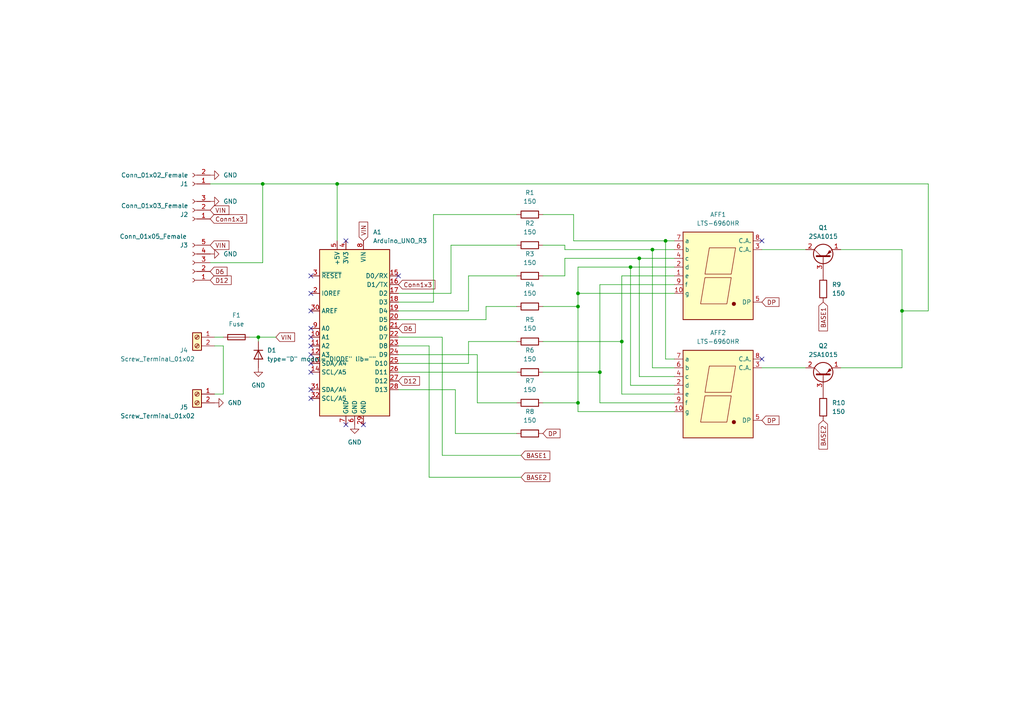
<source format=kicad_sch>
(kicad_sch (version 20211123) (generator eeschema)
  (paper "A4")
  (lib_symbols
    (symbol "Connector:Conn_01x02_Female" (pin_names (offset 1.016) hide)
      (property "Reference" "J" (at 0 2.54 0))
      (property "Value" "Conn_01x02_Female" (at 0 -5.08 0))
      (symbol "Conn_01x02_Female_1_1"
        (arc (start 0 -2.032) (mid -0.508 -2.54) (end 0 -3.048) (stroke (width 0.1524)))
        (polyline (pts (xy -1.27 -2.54) (xy -0.508 -2.54)) (stroke (width 0.1524)))
        (polyline (pts (xy -1.27 0) (xy -0.508 0)) (stroke (width 0.1524)))
        (arc (start 0 0.508) (mid -0.508 0) (end 0 -0.508) (stroke (width 0.1524)))
        (pin passive line (at -5.08 0 0) (length 3.81) (name "Pin_1") (number "1"))
        (pin passive line (at -5.08 -2.54 0) (length 3.81) (name "Pin_2") (number "2"))
      )
    )
    (symbol "Connector:Conn_01x03_Female" (pin_names (offset 1.016) hide)
      (property "Reference" "J" (at 0 5.08 0))
      (property "Value" "Conn_01x03_Female" (at 0 -5.08 0))
      (symbol "Conn_01x03_Female_1_1"
        (arc (start 0 -2.032) (mid -0.508 -2.54) (end 0 -3.048) (stroke (width 0.1524)))
        (polyline (pts (xy -1.27 -2.54) (xy -0.508 -2.54)) (stroke (width 0.1524)))
        (polyline (pts (xy -1.27 0) (xy -0.508 0)) (stroke (width 0.1524)))
        (polyline (pts (xy -1.27 2.54) (xy -0.508 2.54)) (stroke (width 0.1524)))
        (arc (start 0 0.508) (mid -0.508 0) (end 0 -0.508) (stroke (width 0.1524)))
        (arc (start 0 3.048) (mid -0.508 2.54) (end 0 2.032) (stroke (width 0.1524)))
        (pin passive line (at -5.08 2.54 0) (length 3.81) (name "Pin_1") (number "1"))
        (pin passive line (at -5.08 0 0) (length 3.81) (name "Pin_2") (number "2"))
        (pin passive line (at -5.08 -2.54 0) (length 3.81) (name "Pin_3") (number "3"))
      )
    )
    (symbol "Connector:Conn_01x05_Female" (pin_names (offset 1.016) hide)
      (property "Reference" "J" (at 0 7.62 0))
      (property "Value" "Conn_01x05_Female" (at 0 -7.62 0))
      (symbol "Conn_01x05_Female_1_1"
        (arc (start 0 -4.572) (mid -0.508 -5.08) (end 0 -5.588) (stroke (width 0.1524)))
        (arc (start 0 -2.032) (mid -0.508 -2.54) (end 0 -3.048) (stroke (width 0.1524)))
        (polyline (pts (xy -1.27 -5.08) (xy -0.508 -5.08)) (stroke (width 0.1524)))
        (polyline (pts (xy -1.27 -2.54) (xy -0.508 -2.54)) (stroke (width 0.1524)))
        (polyline (pts (xy -1.27 0) (xy -0.508 0)) (stroke (width 0.1524)))
        (polyline (pts (xy -1.27 2.54) (xy -0.508 2.54)) (stroke (width 0.1524)))
        (polyline (pts (xy -1.27 5.08) (xy -0.508 5.08)) (stroke (width 0.1524)))
        (arc (start 0 0.508) (mid -0.508 0) (end 0 -0.508) (stroke (width 0.1524)))
        (arc (start 0 3.048) (mid -0.508 2.54) (end 0 2.032) (stroke (width 0.1524)))
        (arc (start 0 5.588) (mid -0.508 5.08) (end 0 4.572) (stroke (width 0.1524)))
        (pin passive line (at -5.08 5.08 0) (length 3.81) (name "Pin_1") (number "1"))
        (pin passive line (at -5.08 2.54 0) (length 3.81) (name "Pin_2") (number "2"))
        (pin passive line (at -5.08 0 0) (length 3.81) (name "Pin_3") (number "3"))
        (pin passive line (at -5.08 -2.54 0) (length 3.81) (name "Pin_4") (number "4"))
        (pin passive line (at -5.08 -5.08 0) (length 3.81) (name "Pin_5") (number "5"))
      )
    )
    (symbol "Connector:Screw_Terminal_01x02" (pin_names (offset 1.016) hide)
      (property "Reference" "J" (at 0 2.54 0))
      (property "Value" "Screw_Terminal_01x02" (at 0 -5.08 0))
      (symbol "Screw_Terminal_01x02_1_1"
        (rectangle (start -1.27 1.27) (end 1.27 -3.81) (stroke (width 0.254)) (fill (type background)))
        (circle (center 0 -2.54) (radius 0.635) (stroke (width 0.1524)))
        (polyline (pts (xy -0.5334 -2.2098) (xy 0.3302 -3.048)) (stroke (width 0.1524)))
        (polyline (pts (xy -0.5334 0.3302) (xy 0.3302 -0.508)) (stroke (width 0.1524)))
        (polyline (pts (xy -0.3556 -2.032) (xy 0.508 -2.8702)) (stroke (width 0.1524)))
        (polyline (pts (xy -0.3556 0.508) (xy 0.508 -0.3302)) (stroke (width 0.1524)))
        (circle (center 0 0) (radius 0.635) (stroke (width 0.1524)))
        (pin passive line (at -5.08 0 0) (length 3.81) (name "Pin_1") (number "1"))
        (pin passive line (at -5.08 -2.54 0) (length 3.81) (name "Pin_2") (number "2"))
      )
    )
    (symbol "Device:Fuse" (pin_numbers hide) (pin_names (offset 0))
      (property "Reference" "F" (at 2.032 0 90))
      (property "Value" "Fuse" (at -1.905 0 90))
      (symbol "Fuse_0_1"
        (rectangle (start -0.762 -2.54) (end 0.762 2.54) (stroke (width 0.254)))
        (polyline (pts (xy 0 2.54) (xy 0 -2.54)))
      )
      (symbol "Fuse_1_1"
        (pin passive line (at 0 3.81 270) (length 1.27) (name "~") (number "1"))
        (pin passive line (at 0 -3.81 90) (length 1.27) (name "~") (number "2"))
      )
    )
    (symbol "Device:R" (pin_numbers hide) (pin_names (offset 0))
      (property "Reference" "R" (at 2.032 0 90))
      (property "Value" "R" (at 0 0 90))
      (symbol "R_0_1"
        (rectangle (start -1.016 -2.54) (end 1.016 2.54) (stroke (width 0.254)))
      )
      (symbol "R_1_1"
        (pin passive line (at 0 3.81 270) (length 1.27) (name "~") (number "1"))
        (pin passive line (at 0 -3.81 90) (length 1.27) (name "~") (number "2"))
      )
    )
    (symbol "Display_Character:LTS-6960HR"
      (property "Reference" "AFF" (at -7.874 13.97 0))
      (property "Value" "LTS-6960HR" (at -2.032 13.97 0))
      (symbol "LTS-6960HR_0_1"
        (rectangle (start -10.16 12.7) (end 10.16 -12.7) (stroke (width 0.254)) (fill (type background)))
        (polyline (pts (xy -3.81 -0.508) (xy 3.81 -0.508) (xy 2.54 -8.128) (xy -5.08 -8.128) (xy -3.81 -0.508) (xy -3.81 -0.508)))
        (polyline (pts (xy -2.54 8.128) (xy 5.08 8.128) (xy 3.81 0.508) (xy -3.81 0.508) (xy -2.54 8.128) (xy -2.54 8.128)))
        (circle (center 4.572 -8.128) (radius 0.508) (fill (type outline)))
      )
      (symbol "LTS-6960HR_1_1"
        (pin passive line (at -12.7 0 0) (length 2.54) (name "e") (number "1"))
        (pin passive line (at -12.7 -5.08 0) (length 2.54) (name "g") (number "10"))
        (pin passive line (at -12.7 2.54 0) (length 2.54) (name "d") (number "2"))
        (pin passive line (at 12.7 7.62 180) (length 2.54) (name "C.A.") (number "3"))
        (pin passive line (at -12.7 5.08 0) (length 2.54) (name "c") (number "4"))
        (pin passive line (at 12.7 -7.62 180) (length 2.54) (name "DP") (number "5"))
        (pin passive line (at -12.7 7.62 0) (length 2.54) (name "b") (number "6"))
        (pin passive line (at -12.7 10.16 0) (length 2.54) (name "a") (number "7"))
        (pin passive line (at 12.7 10.16 180) (length 2.54) (name "C.A.") (number "8"))
        (pin passive line (at -12.7 -2.54 0) (length 2.54) (name "f") (number "9"))
      )
    )
    (symbol "MCU_Module:Arduino_UNO_R3"
      (property "Reference" "A" (at -10.16 23.495 0))
      (property "Value" "Arduino_UNO_R3" (at 5.08 -26.67 0))
      (symbol "Arduino_UNO_R3_0_1"
        (rectangle (start -10.16 22.86) (end 10.16 -25.4) (stroke (width 0.254)) (fill (type background)))
      )
      (symbol "Arduino_UNO_R3_1_1"
        (pin no_connect line (at -10.16 -20.32 0) (length 2.54) hide (name "NC") (number "1"))
        (pin bidirectional line (at 12.7 -2.54 180) (length 2.54) (name "A1") (number "10"))
        (pin bidirectional line (at 12.7 -5.08 180) (length 2.54) (name "A2") (number "11"))
        (pin bidirectional line (at 12.7 -7.62 180) (length 2.54) (name "A3") (number "12"))
        (pin bidirectional line (at 12.7 -10.16 180) (length 2.54) (name "SDA/A4") (number "13"))
        (pin bidirectional line (at 12.7 -12.7 180) (length 2.54) (name "SCL/A5") (number "14"))
        (pin bidirectional line (at -12.7 15.24 0) (length 2.54) (name "D0/RX") (number "15"))
        (pin bidirectional line (at -12.7 12.7 0) (length 2.54) (name "D1/TX") (number "16"))
        (pin bidirectional line (at -12.7 10.16 0) (length 2.54) (name "D2") (number "17"))
        (pin bidirectional line (at -12.7 7.62 0) (length 2.54) (name "D3") (number "18"))
        (pin bidirectional line (at -12.7 5.08 0) (length 2.54) (name "D4") (number "19"))
        (pin output line (at 12.7 10.16 180) (length 2.54) (name "IOREF") (number "2"))
        (pin bidirectional line (at -12.7 2.54 0) (length 2.54) (name "D5") (number "20"))
        (pin bidirectional line (at -12.7 0 0) (length 2.54) (name "D6") (number "21"))
        (pin bidirectional line (at -12.7 -2.54 0) (length 2.54) (name "D7") (number "22"))
        (pin bidirectional line (at -12.7 -5.08 0) (length 2.54) (name "D8") (number "23"))
        (pin bidirectional line (at -12.7 -7.62 0) (length 2.54) (name "D9") (number "24"))
        (pin bidirectional line (at -12.7 -10.16 0) (length 2.54) (name "D10") (number "25"))
        (pin bidirectional line (at -12.7 -12.7 0) (length 2.54) (name "D11") (number "26"))
        (pin bidirectional line (at -12.7 -15.24 0) (length 2.54) (name "D12") (number "27"))
        (pin bidirectional line (at -12.7 -17.78 0) (length 2.54) (name "D13") (number "28"))
        (pin power_in line (at -2.54 -27.94 90) (length 2.54) (name "GND") (number "29"))
        (pin input line (at 12.7 15.24 180) (length 2.54) (name "~{RESET}") (number "3"))
        (pin input line (at 12.7 5.08 180) (length 2.54) (name "AREF") (number "30"))
        (pin bidirectional line (at 12.7 -17.78 180) (length 2.54) (name "SDA/A4") (number "31"))
        (pin bidirectional line (at 12.7 -20.32 180) (length 2.54) (name "SCL/A5") (number "32"))
        (pin power_out line (at 2.54 25.4 270) (length 2.54) (name "3V3") (number "4"))
        (pin power_out line (at 5.08 25.4 270) (length 2.54) (name "+5V") (number "5"))
        (pin power_in line (at 0 -27.94 90) (length 2.54) (name "GND") (number "6"))
        (pin power_in line (at 2.54 -27.94 90) (length 2.54) (name "GND") (number "7"))
        (pin power_in line (at -2.54 25.4 270) (length 2.54) (name "VIN") (number "8"))
        (pin bidirectional line (at 12.7 0 180) (length 2.54) (name "A0") (number "9"))
      )
    )
    (symbol "Simulation_SPICE:DIODE" (pin_numbers hide) (pin_names (offset 1.016) hide)
      (property "Reference" "D" (at 0 2.54 0))
      (property "Value" "DIODE" (at 0 -2.54 0))
      (symbol "DIODE_0_1"
        (polyline (pts (xy 1.27 0) (xy -1.27 0)))
        (polyline (pts (xy 1.27 1.27) (xy 1.27 -1.27)) (stroke (width 0.254)))
        (polyline (pts (xy -1.27 -1.27) (xy -1.27 1.27) (xy 1.27 0) (xy -1.27 -1.27)) (stroke (width 0.254)))
      )
      (symbol "DIODE_1_1"
        (pin passive line (at -3.81 0 0) (length 2.54) (name "A") (number "1"))
        (pin passive line (at 3.81 0 180) (length 2.54) (name "K") (number "2"))
      )
    )
    (symbol "Transistor_BJT:2SA1015" (pin_names (offset 0) hide)
      (property "Reference" "Q" (at 5.08 1.905 0))
      (property "Value" "2SA1015" (at 5.08 0 0))
      (symbol "2SA1015_0_1"
        (polyline (pts (xy 0 0) (xy 0.635 0)))
        (polyline (pts (xy 2.54 -2.54) (xy 0.635 -0.635)))
        (polyline (pts (xy 2.54 2.54) (xy 0.635 0.635)))
        (polyline (pts (xy 0.635 1.905) (xy 0.635 -1.905) (xy 0.635 -1.905)) (stroke (width 0.508)) (fill (type outline)))
        (polyline (pts (xy 1.778 -2.286) (xy 2.286 -1.778) (xy 1.27 -1.27) (xy 1.778 -2.286) (xy 1.778 -2.286)) (fill (type outline)))
        (circle (center 1.27 0) (radius 2.8194) (stroke (width 0.254)))
      )
      (symbol "2SA1015_1_1"
        (pin passive line (at 2.54 -5.08 90) (length 2.54) (name "E") (number "1"))
        (pin passive line (at 2.54 5.08 270) (length 2.54) (name "C") (number "2"))
        (pin input line (at -5.08 0 0) (length 5.08) (name "B") (number "3"))
      )
    )
    (symbol "power:GND" (power) (pin_names (offset 0))
      (property "Value" "GND" (at 0 -3.81 0))
      (symbol "GND_0_1"
        (polyline (pts (xy 0 0) (xy 0 -1.27) (xy 1.27 -1.27) (xy 0 -2.54) (xy -1.27 -1.27) (xy 0 -1.27)))
      )
      (symbol "GND_1_1"
        (pin power_in line (at 0 0 270) (length 0) hide (name "GND") (number "1"))
      )
    )
  )
  (junction (at 189.23 72.39))
  (junction (at 167.64 85.09))
  (junction (at 185.42 74.93))
  (junction (at 173.99 107.95))
  (junction (at 167.64 116.84))
  (junction (at 76.2 53.34))
  (junction (at 193.04 69.85))
  (junction (at 261.62 90.17))
  (junction (at 180.34 99.06))
  (junction (at 74.93 97.79))
  (junction (at 97.79 53.34))
  (junction (at 167.64 88.9))
  (junction (at 182.88 77.47))
  (no_connect (at 90.17 95.25))
  (no_connect (at 90.17 113.03))
  (no_connect (at 220.98 104.14))
  (no_connect (at 115.57 80.01))
  (no_connect (at 100.33 123.19))
  (no_connect (at 90.17 80.01))
  (no_connect (at 90.17 105.41))
  (no_connect (at 90.17 85.09))
  (no_connect (at 90.17 102.87))
  (no_connect (at 220.98 69.85))
  (no_connect (at 90.17 97.79))
  (no_connect (at 90.17 90.17))
  (no_connect (at 90.17 107.95))
  (no_connect (at 90.17 100.33))
  (no_connect (at 105.41 123.19))
  (no_connect (at 100.33 69.85))
  (no_connect (at 90.17 115.57))
  (wire (pts (xy 62.23 100.33) (xy 64.77 100.33)))
  (wire (pts (xy 130.81 85.09) (xy 115.57 85.09)))
  (wire (pts (xy 128.27 97.79) (xy 115.57 97.79)))
  (wire (pts (xy 130.81 71.12) (xy 130.81 85.09)))
  (wire (pts (xy 128.27 132.08) (xy 128.27 97.79)))
  (wire (pts (xy 74.93 97.79) (xy 72.39 97.79)))
  (wire (pts (xy 173.99 82.55) (xy 173.99 107.95)))
  (wire (pts (xy 60.96 53.34) (xy 76.2 53.34)))
  (wire (pts (xy 180.34 80.01) (xy 180.34 99.06)))
  (wire (pts (xy 149.86 125.73) (xy 132.08 125.73)))
  (wire (pts (xy 167.64 85.09) (xy 167.64 88.9)))
  (wire (pts (xy 157.48 99.06) (xy 180.34 99.06)))
  (wire (pts (xy 115.57 107.95) (xy 149.86 107.95)))
  (wire (pts (xy 151.13 138.43) (xy 124.46 138.43)))
  (wire (pts (xy 261.62 72.39) (xy 261.62 90.17)))
  (wire (pts (xy 195.58 85.09) (xy 167.64 85.09)))
  (wire (pts (xy 62.23 97.79) (xy 64.77 97.79)))
  (wire (pts (xy 125.73 62.23) (xy 125.73 87.63)))
  (wire (pts (xy 167.64 88.9) (xy 167.64 116.84)))
  (wire (pts (xy 173.99 116.84) (xy 195.58 116.84)))
  (wire (pts (xy 193.04 69.85) (xy 195.58 69.85)))
  (wire (pts (xy 62.23 114.3) (xy 64.77 114.3)))
  (wire (pts (xy 195.58 80.01) (xy 180.34 80.01)))
  (wire (pts (xy 149.86 99.06) (xy 135.89 99.06)))
  (wire (pts (xy 269.24 90.17) (xy 261.62 90.17)))
  (wire (pts (xy 157.48 88.9) (xy 167.64 88.9)))
  (wire (pts (xy 193.04 104.14) (xy 193.04 69.85)))
  (wire (pts (xy 167.64 119.38) (xy 195.58 119.38)))
  (wire (pts (xy 195.58 111.76) (xy 182.88 111.76)))
  (wire (pts (xy 173.99 107.95) (xy 173.99 116.84)))
  (wire (pts (xy 132.08 113.03) (xy 115.57 113.03)))
  (wire (pts (xy 97.79 53.34) (xy 97.79 69.85)))
  (wire (pts (xy 220.98 72.39) (xy 233.68 72.39)))
  (wire (pts (xy 135.89 105.41) (xy 115.57 105.41)))
  (wire (pts (xy 220.98 106.68) (xy 233.68 106.68)))
  (wire (pts (xy 135.89 99.06) (xy 135.89 105.41)))
  (wire (pts (xy 163.83 80.01) (xy 163.83 74.93)))
  (wire (pts (xy 125.73 87.63) (xy 115.57 87.63)))
  (wire (pts (xy 149.86 116.84) (xy 138.43 116.84)))
  (wire (pts (xy 74.93 99.06) (xy 74.93 97.79)))
  (wire (pts (xy 189.23 106.68) (xy 189.23 72.39)))
  (wire (pts (xy 64.77 100.33) (xy 64.77 114.3)))
  (wire (pts (xy 115.57 92.71) (xy 140.97 92.71)))
  (wire (pts (xy 195.58 82.55) (xy 173.99 82.55)))
  (wire (pts (xy 243.84 72.39) (xy 261.62 72.39)))
  (wire (pts (xy 157.48 116.84) (xy 167.64 116.84)))
  (wire (pts (xy 76.2 76.2) (xy 76.2 53.34)))
  (wire (pts (xy 115.57 90.17) (xy 135.89 90.17)))
  (wire (pts (xy 180.34 99.06) (xy 180.34 114.3)))
  (wire (pts (xy 185.42 74.93) (xy 195.58 74.93)))
  (wire (pts (xy 97.79 53.34) (xy 269.24 53.34)))
  (wire (pts (xy 261.62 106.68) (xy 243.84 106.68)))
  (wire (pts (xy 167.64 116.84) (xy 167.64 119.38)))
  (wire (pts (xy 167.64 77.47) (xy 167.64 85.09)))
  (wire (pts (xy 195.58 109.22) (xy 185.42 109.22)))
  (wire (pts (xy 125.73 62.23) (xy 149.86 62.23)))
  (wire (pts (xy 76.2 53.34) (xy 97.79 53.34)))
  (wire (pts (xy 182.88 111.76) (xy 182.88 77.47)))
  (wire (pts (xy 151.13 132.08) (xy 128.27 132.08)))
  (wire (pts (xy 157.48 71.12) (xy 163.83 71.12)))
  (wire (pts (xy 167.64 77.47) (xy 182.88 77.47)))
  (wire (pts (xy 180.34 114.3) (xy 195.58 114.3)))
  (wire (pts (xy 157.48 107.95) (xy 173.99 107.95)))
  (wire (pts (xy 261.62 90.17) (xy 261.62 106.68)))
  (wire (pts (xy 138.43 102.87) (xy 115.57 102.87)))
  (wire (pts (xy 195.58 106.68) (xy 189.23 106.68)))
  (wire (pts (xy 124.46 100.33) (xy 115.57 100.33)))
  (wire (pts (xy 166.37 62.23) (xy 166.37 69.85)))
  (wire (pts (xy 140.97 92.71) (xy 140.97 88.9)))
  (wire (pts (xy 163.83 71.12) (xy 163.83 72.39)))
  (wire (pts (xy 74.93 97.79) (xy 80.01 97.79)))
  (wire (pts (xy 138.43 116.84) (xy 138.43 102.87)))
  (wire (pts (xy 163.83 74.93) (xy 185.42 74.93)))
  (wire (pts (xy 182.88 77.47) (xy 195.58 77.47)))
  (wire (pts (xy 60.96 76.2) (xy 76.2 76.2)))
  (wire (pts (xy 157.48 62.23) (xy 166.37 62.23)))
  (wire (pts (xy 166.37 69.85) (xy 193.04 69.85)))
  (wire (pts (xy 195.58 104.14) (xy 193.04 104.14)))
  (wire (pts (xy 124.46 138.43) (xy 124.46 100.33)))
  (wire (pts (xy 185.42 109.22) (xy 185.42 74.93)))
  (wire (pts (xy 163.83 72.39) (xy 189.23 72.39)))
  (wire (pts (xy 132.08 125.73) (xy 132.08 113.03)))
  (wire (pts (xy 130.81 71.12) (xy 149.86 71.12)))
  (wire (pts (xy 135.89 90.17) (xy 135.89 80.01)))
  (wire (pts (xy 140.97 88.9) (xy 149.86 88.9)))
  (wire (pts (xy 157.48 80.01) (xy 163.83 80.01)))
  (wire (pts (xy 135.89 80.01) (xy 149.86 80.01)))
  (wire (pts (xy 189.23 72.39) (xy 195.58 72.39)))
  (wire (pts (xy 269.24 53.34) (xy 269.24 90.17)))
  (global_label "Conn1x3" (shape input) (at 60.96 63.5 0) (property "Références Inter-Feuilles" "${INTERSHEET_REFS}" (effects hide)))
  (global_label "DP" (shape input) (at 220.98 121.92 0) (property "Références Inter-Feuilles" "${INTERSHEET_REFS}" (effects hide)))
  (global_label "BASE2" (shape input) (at 151.13 138.43 0) (property "Références Inter-Feuilles" "${INTERSHEET_REFS}" (effects hide)))
  (global_label "D6" (shape input) (at 115.57 95.25 0) (property "Références Inter-Feuilles" "${INTERSHEET_REFS}" (effects hide)))
  (global_label "D12" (shape input) (at 115.57 110.49 0) (property "Références Inter-Feuilles" "${INTERSHEET_REFS}" (effects hide)))
  (global_label "DP" (shape input) (at 220.98 87.63 0) (property "Références Inter-Feuilles" "${INTERSHEET_REFS}" (effects hide)))
  (global_label "D6" (shape input) (at 60.96 78.74 0) (property "Références Inter-Feuilles" "${INTERSHEET_REFS}" (effects hide)))
  (global_label "VIN" (shape input) (at 60.96 60.96 0) (property "Références Inter-Feuilles" "${INTERSHEET_REFS}" (effects hide)))
  (global_label "BASE1" (shape input) (at 238.76 87.63 270) (property "Références Inter-Feuilles" "${INTERSHEET_REFS}" (effects hide)))
  (global_label "VIN" (shape input) (at 105.41 69.85 90) (property "Références Inter-Feuilles" "${INTERSHEET_REFS}" (effects hide)))
  (global_label "VIN" (shape input) (at 80.01 97.79 0) (property "Références Inter-Feuilles" "${INTERSHEET_REFS}" (effects hide)))
  (global_label "VIN" (shape input) (at 60.96 71.12 0) (property "Références Inter-Feuilles" "${INTERSHEET_REFS}" (effects hide)))
  (global_label "BASE2" (shape input) (at 238.76 121.92 270) (property "Références Inter-Feuilles" "${INTERSHEET_REFS}" (effects hide)))
  (global_label "DP" (shape input) (at 157.48 125.73 0) (property "Références Inter-Feuilles" "${INTERSHEET_REFS}" (effects hide)))
  (global_label "D12" (shape input) (at 60.96 81.28 0) (property "Références Inter-Feuilles" "${INTERSHEET_REFS}" (effects hide)))
  (global_label "Conn1x3" (shape input) (at 115.57 82.55 0) (property "Références Inter-Feuilles" "${INTERSHEET_REFS}" (effects hide)))
  (global_label "BASE1" (shape input) (at 151.13 132.08 0) (property "Références Inter-Feuilles" "${INTERSHEET_REFS}" (effects hide)))
  (symbol (lib_id "Connector:Screw_Terminal_01x02") (at 57.15 97.79 0) (mirror y) (unit 1)
    (property "Reference" "J4" (at 53.34 101.6 0))
    (property "Value" "Screw_Terminal_01x02" (at 45.72 104.14 0))
    (property "Footprint" "TerminalBlock:TerminalBlock_bornier-2_P5.08mm" (effects hide))
  )
  (symbol (lib_id "power:GND") (at 60.96 58.42 90) (unit 1)
    (property "Reference" "#PWR03" (effects hide))
    (property "Value" "GND" (at 64.77 58.4199 90) (effects (justify right)))
  )
  (symbol (lib_id "power:GND") (at 60.96 50.8 90) (unit 1)
    (property "Reference" "#PWR02" (effects hide))
    (property "Value" "GND" (at 64.77 50.7999 90) (effects (justify right)))
  )
  (symbol (lib_id "Display_Character:LTS-6960HR") (at 208.28 114.3 0) (unit 1)
    (property "Reference" "AFF2" (at 208.28 96.52 0))
    (property "Value" "LTS-6960HR" (at 208.28 99.06 0))
    (property "Footprint" "7seg:7seg" (effects hide))
    (property "Datasheet" "https://datasheet.octopart.com/LTS-6960HR-Lite-On-datasheet-11803242.pdf" (effects hide))
  )
  (symbol (lib_id "Display_Character:LTS-6960HR") (at 208.28 80.01 0) (unit 1)
    (property "Reference" "AFF1" (at 208.28 62.23 0))
    (property "Value" "LTS-6960HR" (at 208.28 64.77 0))
    (property "Footprint" "7seg:7seg" (effects hide))
    (property "Datasheet" "https://datasheet.octopart.com/LTS-6960HR-Lite-On-datasheet-11803242.pdf" (effects hide))
  )
  (symbol (lib_id "Device:R") (at 238.76 83.82 180) (unit 1)
    (property "Reference" "R9" (at 241.3 82.5499 0) (effects (justify right)))
    (property "Value" "150" (at 241.3 85.0899 0) (effects (justify right)))
    (property "Footprint" "Resistor_SMD:R_0805_2012Metric_Pad1.20x1.40mm_HandSolder" (effects hide))
  )
  (symbol (lib_id "power:GND") (at 60.96 73.66 90) (unit 1)
    (property "Reference" "#PWR04" (effects hide))
    (property "Value" "GND" (at 64.77 73.6599 90) (effects (justify right)))
  )
  (symbol (lib_id "Device:R") (at 153.67 80.01 90) (unit 1)
    (property "Reference" "R3" (at 153.67 73.66 90))
    (property "Value" "150" (at 153.67 76.2 90))
    (property "Footprint" "Resistor_SMD:R_0805_2012Metric_Pad1.20x1.40mm_HandSolder" (effects hide))
  )
  (symbol (lib_id "Device:R") (at 153.67 125.73 90) (unit 1)
    (property "Reference" "R8" (at 153.67 119.38 90))
    (property "Value" "150" (at 153.67 121.92 90))
    (property "Footprint" "Resistor_SMD:R_0805_2012Metric_Pad1.20x1.40mm_HandSolder" (effects hide))
  )
  (symbol (lib_id "MCU_Module:Arduino_UNO_R3") (at 102.87 95.25 0) (mirror y) (unit 1)
    (property "Reference" "A1" (at 108.1787 67.31 0) (effects (justify right)))
    (property "Value" "Arduino_UNO_R3" (at 108.1787 69.85 0) (effects (justify right)))
    (property "Footprint" "Module:Arduino_UNO_R3" (effects hide))
    (property "Datasheet" "https://www.arduino.cc/en/Main/arduinoBoardUno" (effects hide))
  )
  (symbol (lib_id "Connector:Screw_Terminal_01x02") (at 57.15 114.3 0) (mirror y) (unit 1)
    (property "Reference" "J5" (at 53.34 118.11 0))
    (property "Value" "Screw_Terminal_01x02" (at 45.72 120.65 0))
    (property "Footprint" "TerminalBlock:TerminalBlock_bornier-2_P5.08mm" (effects hide))
  )
  (symbol (lib_id "power:GND") (at 74.93 106.68 0) (unit 1)
    (property "Reference" "#PWR05" (effects hide))
    (property "Value" "GND" (at 74.93 111.76 0))
  )
  (symbol (lib_id "Connector:Conn_01x05_Female") (at 55.88 76.2 180) (unit 1)
    (property "Reference" "J3" (at 53.34 71.12 0))
    (property "Value" "Conn_01x05_Female" (at 44.45 68.58 0))
    (property "Footprint" "Connector_PinHeader_2.54mm:PinHeader_1x05_P2.54mm_Vertical" (effects hide))
  )
  (symbol (lib_id "Connector:Conn_01x03_Female") (at 55.88 60.96 180) (unit 1)
    (property "Reference" "J2" (at 54.61 62.2301 0) (effects (justify left)))
    (property "Value" "Conn_01x03_Female" (at 54.61 59.6901 0) (effects (justify left)))
    (property "Footprint" "Connector_PinHeader_2.54mm:PinHeader_1x03_P2.54mm_Vertical" (effects hide))
  )
  (symbol (lib_id "Device:R") (at 153.67 99.06 90) (unit 1)
    (property "Reference" "R5" (at 153.67 92.71 90))
    (property "Value" "150" (at 153.67 95.25 90))
    (property "Footprint" "Resistor_SMD:R_0805_2012Metric_Pad1.20x1.40mm_HandSolder" (effects hide))
  )
  (symbol (lib_id "Device:R") (at 153.67 71.12 90) (unit 1)
    (property "Reference" "R2" (at 153.67 64.77 90))
    (property "Value" "150" (at 153.67 67.31 90))
    (property "Footprint" "Resistor_SMD:R_0805_2012Metric_Pad1.20x1.40mm_HandSolder" (effects hide))
  )
  (symbol (lib_id "Device:R") (at 238.76 118.11 180) (unit 1)
    (property "Reference" "R10" (at 241.3 116.8399 0) (effects (justify right)))
    (property "Value" "150" (at 241.3 119.3799 0) (effects (justify right)))
    (property "Footprint" "Resistor_SMD:R_0805_2012Metric_Pad1.20x1.40mm_HandSolder" (effects hide))
  )
  (symbol (lib_id "Transistor_BJT:2SA1015") (at 238.76 74.93 90) (unit 1)
    (property "Reference" "Q1" (at 238.76 66.04 90))
    (property "Value" "2SA1015" (at 238.76 68.58 90))
    (property "Footprint" "Package_TO_SOT_THT:TO-92_Inline" (effects hide))
    (property "Datasheet" "http://www.datasheetcatalog.org/datasheet/toshiba/905.pdf" (effects hide))
  )
  (symbol (lib_id "Connector:Conn_01x02_Female") (at 55.88 53.34 180) (unit 1)
    (property "Reference" "J1" (at 54.61 53.3401 0) (effects (justify left)))
    (property "Value" "Conn_01x02_Female" (at 54.61 50.8001 0) (effects (justify left)))
    (property "Footprint" "Connector_PinHeader_2.54mm:PinHeader_1x02_P2.54mm_Vertical" (effects hide))
  )
  (symbol (lib_id "Simulation_SPICE:DIODE") (at 74.93 102.87 90) (unit 1)
    (property "Reference" "D1" (at 77.47 101.5999 90) (effects (justify right)))
    (property "Value" "DIODE" (at 77.47 104.1399 90) (effects (justify right)))
    (property "Footprint" "Diode_THT:D_DO-41_SOD81_P7.62mm_Horizontal" (effects hide))
    (property "Spice_Netlist_Enabled" "Y" (effects hide))
    (property "Spice_Primitive" "D" (effects hide))
  )
  (symbol (lib_id "power:GND") (at 62.23 116.84 90) (unit 1)
    (property "Reference" "#PWR01" (effects hide))
    (property "Value" "GND" (at 66.04 116.8399 90) (effects (justify right)))
  )
  (symbol (lib_id "Device:Fuse") (at 68.58 97.79 90) (unit 1)
    (property "Reference" "F1" (at 68.58 91.44 90))
    (property "Value" "Fuse" (at 68.58 93.98 90))
    (property "Footprint" "7seg:polyswitch" (effects hide))
  )
  (symbol (lib_id "Transistor_BJT:2SA1015") (at 238.76 109.22 90) (unit 1)
    (property "Reference" "Q2" (at 238.76 100.33 90))
    (property "Value" "2SA1015" (at 238.76 102.87 90))
    (property "Footprint" "Package_TO_SOT_THT:TO-92_Inline" (effects hide))
    (property "Datasheet" "http://www.datasheetcatalog.org/datasheet/toshiba/905.pdf" (effects hide))
  )
  (symbol (lib_id "Device:R") (at 153.67 116.84 90) (unit 1)
    (property "Reference" "R7" (at 153.67 110.49 90))
    (property "Value" "150" (at 153.67 113.03 90))
    (property "Footprint" "Resistor_SMD:R_0805_2012Metric_Pad1.20x1.40mm_HandSolder" (effects hide))
  )
  (symbol (lib_id "power:GND") (at 102.87 123.19 0) (unit 1)
    (property "Reference" "#PWR06" (effects hide))
    (property "Value" "GND" (at 102.87 128.27 0))
  )
  (symbol (lib_id "Device:R") (at 153.67 62.23 90) (unit 1)
    (property "Reference" "R1" (at 153.67 55.88 90))
    (property "Value" "150" (at 153.67 58.42 90))
    (property "Footprint" "Resistor_SMD:R_0805_2012Metric_Pad1.20x1.40mm_HandSolder" (effects hide))
  )
  (symbol (lib_id "Device:R") (at 153.67 107.95 90) (unit 1)
    (property "Reference" "R6" (at 153.67 101.6 90))
    (property "Value" "150" (at 153.67 104.14 90))
    (property "Footprint" "Resistor_SMD:R_0805_2012Metric_Pad1.20x1.40mm_HandSolder" (effects hide))
  )
  (symbol (lib_id "Device:R") (at 153.67 88.9 90) (unit 1)
    (property "Reference" "R4" (at 153.67 82.55 90))
    (property "Value" "150" (at 153.67 85.09 90))
    (property "Footprint" "Resistor_SMD:R_0805_2012Metric_Pad1.20x1.40mm_HandSolder" (effects hide))
  )
)
</source>
